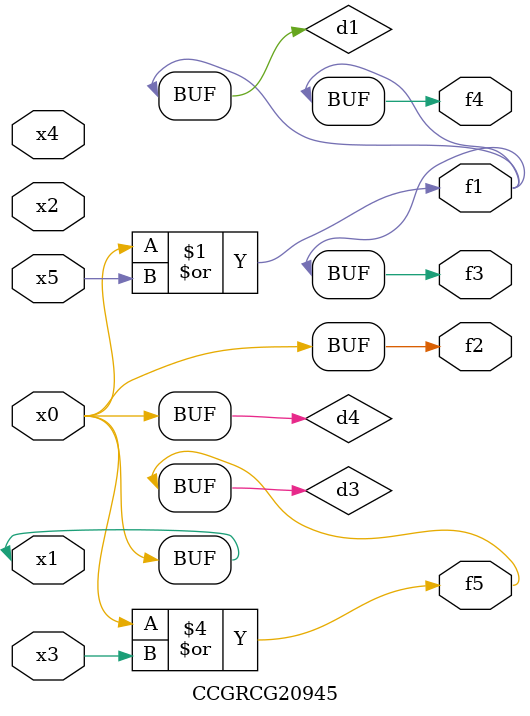
<source format=v>
module CCGRCG20945(
	input x0, x1, x2, x3, x4, x5,
	output f1, f2, f3, f4, f5
);

	wire d1, d2, d3, d4;

	or (d1, x0, x5);
	xnor (d2, x1, x4);
	or (d3, x0, x3);
	buf (d4, x0, x1);
	assign f1 = d1;
	assign f2 = d4;
	assign f3 = d1;
	assign f4 = d1;
	assign f5 = d3;
endmodule

</source>
